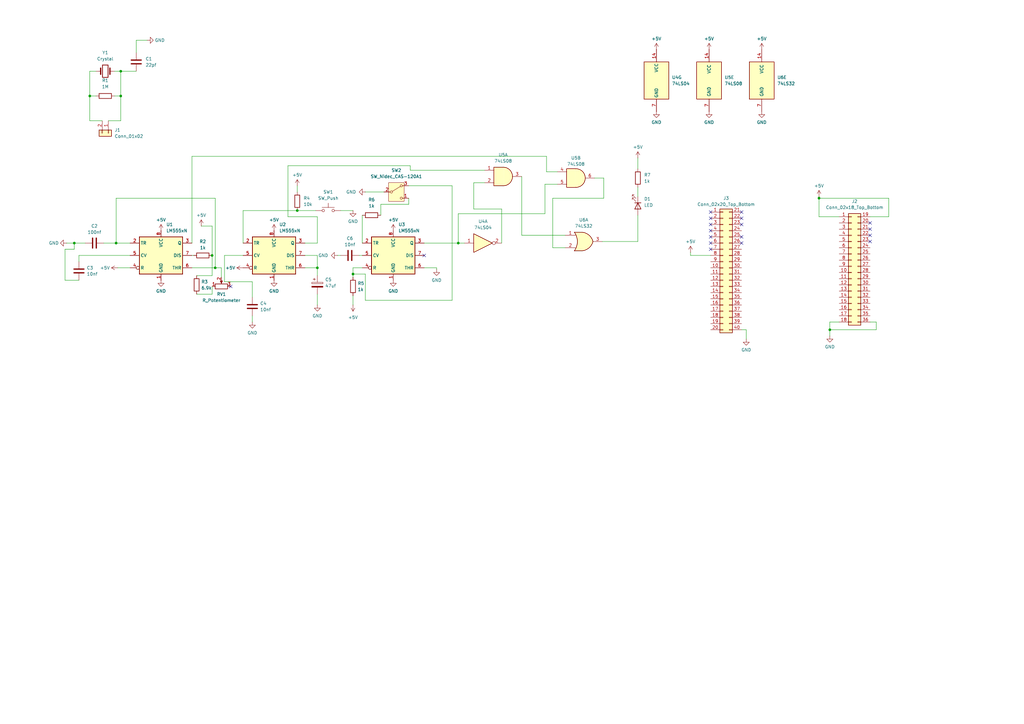
<source format=kicad_sch>
(kicad_sch (version 20250114) (generator "eeschema") (generator_version "9.0")
  (paper "A3")
  (lib_symbols
    (symbol "74xx:74LS04"
      (property "Reference" "U" (at 0 1.27 0))
      (property "Value" "74LS04" (at 0 -1.27 0))
      (symbol "74LS04_1_0"
        (pin input line (at -7.62 0 0) (length 3.81) (name "~") (number "1"))
        (pin output inverted (at 7.62 0 180) (length 3.81) (name "~") (number "2"))
      )
      (symbol "74LS04_2_0"
        (pin input line (at -7.62 0 0) (length 3.81) (name "~") (number "3"))
        (pin output inverted (at 7.62 0 180) (length 3.81) (name "~") (number "4"))
      )
      (symbol "74LS04_3_0"
        (pin input line (at -7.62 0 0) (length 3.81) (name "~") (number "5"))
        (pin output inverted (at 7.62 0 180) (length 3.81) (name "~") (number "6"))
      )
      (symbol "74LS04_4_0"
        (pin input line (at -7.62 0 0) (length 3.81) (name "~") (number "9"))
        (pin output inverted (at 7.62 0 180) (length 3.81) (name "~") (number "8"))
      )
      (symbol "74LS04_5_0"
        (pin input line (at -7.62 0 0) (length 3.81) (name "~") (number "11"))
        (pin output inverted (at 7.62 0 180) (length 3.81) (name "~") (number "10"))
      )
      (symbol "74LS04_6_0"
        (pin input line (at -7.62 0 0) (length 3.81) (name "~") (number "13"))
        (pin output inverted (at 7.62 0 180) (length 3.81) (name "~") (number "12"))
      )
      (symbol "74LS04_7_0"
        (pin power_in line (at 0 12.7 270) (length 5.08) (name "VCC") (number "14"))
        (pin power_in line (at 0 -12.7 90) (length 5.08) (name "GND") (number "7"))
      )
    )
    (symbol "74xx:74LS08" (pin_names (offset 1.016))
      (property "Reference" "U" (at 0 1.27 0))
      (property "Value" "74LS08" (at 0 -1.27 0))
      (symbol "74LS08_1_1"
        (pin input line (at -7.62 2.54 0) (length 3.81) (name "~") (number "1"))
        (pin input line (at -7.62 -2.54 0) (length 3.81) (name "~") (number "2"))
        (pin output line (at 7.62 0 180) (length 3.81) (name "~") (number "3"))
      )
      (symbol "74LS08_1_2"
        (pin input inverted (at -7.62 2.54 0) (length 4.318) (name "~") (number "1"))
        (pin input inverted (at -7.62 -2.54 0) (length 4.318) (name "~") (number "2"))
        (pin output inverted (at 7.62 0 180) (length 3.81) (name "~") (number "3"))
      )
      (symbol "74LS08_2_1"
        (pin input line (at -7.62 2.54 0) (length 3.81) (name "~") (number "4"))
        (pin input line (at -7.62 -2.54 0) (length 3.81) (name "~") (number "5"))
        (pin output line (at 7.62 0 180) (length 3.81) (name "~") (number "6"))
      )
      (symbol "74LS08_2_2"
        (pin input inverted (at -7.62 2.54 0) (length 4.318) (name "~") (number "4"))
        (pin input inverted (at -7.62 -2.54 0) (length 4.318) (name "~") (number "5"))
        (pin output inverted (at 7.62 0 180) (length 3.81) (name "~") (number "6"))
      )
      (symbol "74LS08_3_1"
        (pin input line (at -7.62 2.54 0) (length 3.81) (name "~") (number "9"))
        (pin input line (at -7.62 -2.54 0) (length 3.81) (name "~") (number "10"))
        (pin output line (at 7.62 0 180) (length 3.81) (name "~") (number "8"))
      )
      (symbol "74LS08_3_2"
        (pin input inverted (at -7.62 2.54 0) (length 4.318) (name "~") (number "9"))
        (pin input inverted (at -7.62 -2.54 0) (length 4.318) (name "~") (number "10"))
        (pin output inverted (at 7.62 0 180) (length 3.81) (name "~") (number "8"))
      )
      (symbol "74LS08_4_1"
        (pin input line (at -7.62 2.54 0) (length 3.81) (name "~") (number "12"))
        (pin input line (at -7.62 -2.54 0) (length 3.81) (name "~") (number "13"))
        (pin output line (at 7.62 0 180) (length 3.81) (name "~") (number "11"))
      )
      (symbol "74LS08_4_2"
        (pin input inverted (at -7.62 2.54 0) (length 4.318) (name "~") (number "12"))
        (pin input inverted (at -7.62 -2.54 0) (length 4.318) (name "~") (number "13"))
        (pin output inverted (at 7.62 0 180) (length 3.81) (name "~") (number "11"))
      )
      (symbol "74LS08_5_0"
        (pin power_in line (at 0 12.7 270) (length 5.08) (name "VCC") (number "14"))
        (pin power_in line (at 0 -12.7 90) (length 5.08) (name "GND") (number "7"))
      )
    )
    (symbol "74xx:74LS32" (pin_names (offset 1.016))
      (property "Reference" "U" (at 0 1.27 0))
      (property "Value" "74LS32" (at 0 -1.27 0))
      (symbol "74LS32_1_1"
        (pin input line (at -7.62 2.54 0) (length 4.318) (name "~") (number "1"))
        (pin input line (at -7.62 -2.54 0) (length 4.318) (name "~") (number "2"))
        (pin output line (at 7.62 0 180) (length 3.81) (name "~") (number "3"))
      )
      (symbol "74LS32_1_2"
        (pin input inverted (at -7.62 2.54 0) (length 3.81) (name "~") (number "1"))
        (pin input inverted (at -7.62 -2.54 0) (length 3.81) (name "~") (number "2"))
        (pin output inverted (at 7.62 0 180) (length 3.81) (name "~") (number "3"))
      )
      (symbol "74LS32_2_1"
        (pin input line (at -7.62 2.54 0) (length 4.318) (name "~") (number "4"))
        (pin input line (at -7.62 -2.54 0) (length 4.318) (name "~") (number "5"))
        (pin output line (at 7.62 0 180) (length 3.81) (name "~") (number "6"))
      )
      (symbol "74LS32_2_2"
        (pin input inverted (at -7.62 2.54 0) (length 3.81) (name "~") (number "4"))
        (pin input inverted (at -7.62 -2.54 0) (length 3.81) (name "~") (number "5"))
        (pin output inverted (at 7.62 0 180) (length 3.81) (name "~") (number "6"))
      )
      (symbol "74LS32_3_1"
        (pin input line (at -7.62 2.54 0) (length 4.318) (name "~") (number "9"))
        (pin input line (at -7.62 -2.54 0) (length 4.318) (name "~") (number "10"))
        (pin output line (at 7.62 0 180) (length 3.81) (name "~") (number "8"))
      )
      (symbol "74LS32_3_2"
        (pin input inverted (at -7.62 2.54 0) (length 3.81) (name "~") (number "9"))
        (pin input inverted (at -7.62 -2.54 0) (length 3.81) (name "~") (number "10"))
        (pin output inverted (at 7.62 0 180) (length 3.81) (name "~") (number "8"))
      )
      (symbol "74LS32_4_1"
        (pin input line (at -7.62 2.54 0) (length 4.318) (name "~") (number "12"))
        (pin input line (at -7.62 -2.54 0) (length 4.318) (name "~") (number "13"))
        (pin output line (at 7.62 0 180) (length 3.81) (name "~") (number "11"))
      )
      (symbol "74LS32_4_2"
        (pin input inverted (at -7.62 2.54 0) (length 3.81) (name "~") (number "12"))
        (pin input inverted (at -7.62 -2.54 0) (length 3.81) (name "~") (number "13"))
        (pin output inverted (at 7.62 0 180) (length 3.81) (name "~") (number "11"))
      )
      (symbol "74LS32_5_0"
        (pin power_in line (at 0 12.7 270) (length 5.08) (name "VCC") (number "14"))
        (pin power_in line (at 0 -12.7 90) (length 5.08) (name "GND") (number "7"))
      )
    )
    (symbol "Connector_Generic:Conn_01x02" (pin_names (offset 1.016) (hide yes))
      (property "Reference" "J" (at 0 2.54 0))
      (property "Value" "Conn_01x02" (at 0 -5.08 0))
      (symbol "Conn_01x02_1_1"
        (pin passive line (at -5.08 0 0) (length 3.81) (name "Pin_1") (number "1"))
        (pin passive line (at -5.08 -2.54 0) (length 3.81) (name "Pin_2") (number "2"))
      )
    )
    (symbol "Connector_Generic:Conn_02x18_Top_Bottom" (pin_names (offset 1.016) (hide yes))
      (property "Reference" "J" (at 1.27 22.86 0))
      (property "Value" "Conn_02x18_Top_Bottom" (at 1.27 -25.4 0))
      (symbol "Conn_02x18_Top_Bottom_1_1"
        (pin passive line (at -5.08 20.32 0) (length 3.81) (name "Pin_1") (number "1"))
        (pin passive line (at -5.08 17.78 0) (length 3.81) (name "Pin_2") (number "2"))
        (pin passive line (at -5.08 15.24 0) (length 3.81) (name "Pin_3") (number "3"))
        (pin passive line (at -5.08 12.7 0) (length 3.81) (name "Pin_4") (number "4"))
        (pin passive line (at -5.08 10.16 0) (length 3.81) (name "Pin_5") (number "5"))
        (pin passive line (at -5.08 7.62 0) (length 3.81) (name "Pin_6") (number "6"))
        (pin passive line (at -5.08 5.08 0) (length 3.81) (name "Pin_7") (number "7"))
        (pin passive line (at -5.08 2.54 0) (length 3.81) (name "Pin_8") (number "8"))
        (pin passive line (at -5.08 0 0) (length 3.81) (name "Pin_9") (number "9"))
        (pin passive line (at -5.08 -2.54 0) (length 3.81) (name "Pin_10") (number "10"))
        (pin passive line (at -5.08 -5.08 0) (length 3.81) (name "Pin_11") (number "11"))
        (pin passive line (at -5.08 -7.62 0) (length 3.81) (name "Pin_12") (number "12"))
        (pin passive line (at -5.08 -10.16 0) (length 3.81) (name "Pin_13") (number "13"))
        (pin passive line (at -5.08 -12.7 0) (length 3.81) (name "Pin_14") (number "14"))
        (pin passive line (at -5.08 -15.24 0) (length 3.81) (name "Pin_15") (number "15"))
        (pin passive line (at -5.08 -17.78 0) (length 3.81) (name "Pin_16") (number "16"))
        (pin passive line (at -5.08 -20.32 0) (length 3.81) (name "Pin_17") (number "17"))
        (pin passive line (at -5.08 -22.86 0) (length 3.81) (name "Pin_18") (number "18"))
        (pin passive line (at 7.62 20.32 180) (length 3.81) (name "Pin_19") (number "19"))
        (pin passive line (at 7.62 17.78 180) (length 3.81) (name "Pin_20") (number "20"))
        (pin passive line (at 7.62 15.24 180) (length 3.81) (name "Pin_21") (number "21"))
        (pin passive line (at 7.62 12.7 180) (length 3.81) (name "Pin_22") (number "22"))
        (pin passive line (at 7.62 10.16 180) (length 3.81) (name "Pin_23") (number "23"))
        (pin passive line (at 7.62 7.62 180) (length 3.81) (name "Pin_24") (number "24"))
        (pin passive line (at 7.62 5.08 180) (length 3.81) (name "Pin_25") (number "25"))
        (pin passive line (at 7.62 2.54 180) (length 3.81) (name "Pin_26") (number "26"))
        (pin passive line (at 7.62 0 180) (length 3.81) (name "Pin_27") (number "27"))
        (pin passive line (at 7.62 -2.54 180) (length 3.81) (name "Pin_28") (number "28"))
        (pin passive line (at 7.62 -5.08 180) (length 3.81) (name "Pin_29") (number "29"))
        (pin passive line (at 7.62 -7.62 180) (length 3.81) (name "Pin_30") (number "30"))
        (pin passive line (at 7.62 -10.16 180) (length 3.81) (name "Pin_31") (number "31"))
        (pin passive line (at 7.62 -12.7 180) (length 3.81) (name "Pin_32") (number "32"))
        (pin passive line (at 7.62 -15.24 180) (length 3.81) (name "Pin_33") (number "33"))
        (pin passive line (at 7.62 -17.78 180) (length 3.81) (name "Pin_34") (number "34"))
        (pin passive line (at 7.62 -20.32 180) (length 3.81) (name "Pin_35") (number "35"))
        (pin passive line (at 7.62 -22.86 180) (length 3.81) (name "Pin_36") (number "36"))
      )
    )
    (symbol "Connector_Generic:Conn_02x20_Top_Bottom" (pin_names (offset 1.016) (hide yes))
      (property "Reference" "J" (at 1.27 25.4 0))
      (property "Value" "Conn_02x20_Top_Bottom" (at 1.27 -27.94 0))
      (symbol "Conn_02x20_Top_Bottom_1_1"
        (pin passive line (at -5.08 22.86 0) (length 3.81) (name "Pin_1") (number "1"))
        (pin passive line (at -5.08 20.32 0) (length 3.81) (name "Pin_2") (number "2"))
        (pin passive line (at -5.08 17.78 0) (length 3.81) (name "Pin_3") (number "3"))
        (pin passive line (at -5.08 15.24 0) (length 3.81) (name "Pin_4") (number "4"))
        (pin passive line (at -5.08 12.7 0) (length 3.81) (name "Pin_5") (number "5"))
        (pin passive line (at -5.08 10.16 0) (length 3.81) (name "Pin_6") (number "6"))
        (pin passive line (at -5.08 7.62 0) (length 3.81) (name "Pin_7") (number "7"))
        (pin passive line (at -5.08 5.08 0) (length 3.81) (name "Pin_8") (number "8"))
        (pin passive line (at -5.08 2.54 0) (length 3.81) (name "Pin_9") (number "9"))
        (pin passive line (at -5.08 0 0) (length 3.81) (name "Pin_10") (number "10"))
        (pin passive line (at -5.08 -2.54 0) (length 3.81) (name "Pin_11") (number "11"))
        (pin passive line (at -5.08 -5.08 0) (length 3.81) (name "Pin_12") (number "12"))
        (pin passive line (at -5.08 -7.62 0) (length 3.81) (name "Pin_13") (number "13"))
        (pin passive line (at -5.08 -10.16 0) (length 3.81) (name "Pin_14") (number "14"))
        (pin passive line (at -5.08 -12.7 0) (length 3.81) (name "Pin_15") (number "15"))
        (pin passive line (at -5.08 -15.24 0) (length 3.81) (name "Pin_16") (number "16"))
        (pin passive line (at -5.08 -17.78 0) (length 3.81) (name "Pin_17") (number "17"))
        (pin passive line (at -5.08 -20.32 0) (length 3.81) (name "Pin_18") (number "18"))
        (pin passive line (at -5.08 -22.86 0) (length 3.81) (name "Pin_19") (number "19"))
        (pin passive line (at -5.08 -25.4 0) (length 3.81) (name "Pin_20") (number "20"))
        (pin passive line (at 7.62 22.86 180) (length 3.81) (name "Pin_21") (number "21"))
        (pin passive line (at 7.62 20.32 180) (length 3.81) (name "Pin_22") (number "22"))
        (pin passive line (at 7.62 17.78 180) (length 3.81) (name "Pin_23") (number "23"))
        (pin passive line (at 7.62 15.24 180) (length 3.81) (name "Pin_24") (number "24"))
        (pin passive line (at 7.62 12.7 180) (length 3.81) (name "Pin_25") (number "25"))
        (pin passive line (at 7.62 10.16 180) (length 3.81) (name "Pin_26") (number "26"))
        (pin passive line (at 7.62 7.62 180) (length 3.81) (name "Pin_27") (number "27"))
        (pin passive line (at 7.62 5.08 180) (length 3.81) (name "Pin_28") (number "28"))
        (pin passive line (at 7.62 2.54 180) (length 3.81) (name "Pin_29") (number "29"))
        (pin passive line (at 7.62 0 180) (length 3.81) (name "Pin_30") (number "30"))
        (pin passive line (at 7.62 -2.54 180) (length 3.81) (name "Pin_31") (number "31"))
        (pin passive line (at 7.62 -5.08 180) (length 3.81) (name "Pin_32") (number "32"))
        (pin passive line (at 7.62 -7.62 180) (length 3.81) (name "Pin_33") (number "33"))
        (pin passive line (at 7.62 -10.16 180) (length 3.81) (name "Pin_34") (number "34"))
        (pin passive line (at 7.62 -12.7 180) (length 3.81) (name "Pin_35") (number "35"))
        (pin passive line (at 7.62 -15.24 180) (length 3.81) (name "Pin_36") (number "36"))
        (pin passive line (at 7.62 -17.78 180) (length 3.81) (name "Pin_37") (number "37"))
        (pin passive line (at 7.62 -20.32 180) (length 3.81) (name "Pin_38") (number "38"))
        (pin passive line (at 7.62 -22.86 180) (length 3.81) (name "Pin_39") (number "39"))
        (pin passive line (at 7.62 -25.4 180) (length 3.81) (name "Pin_40") (number "40"))
      )
    )
    (symbol "Device:C" (pin_numbers (hide yes)) (pin_names (offset 0.254))
      (property "Reference" "C" (at 0.635 2.54 0))
      (property "Value" "C" (at 0.635 -2.54 0))
      (symbol "C_1_1"
        (pin passive line (at 0 3.81 270) (length 2.794) (name "~") (number "1"))
        (pin passive line (at 0 -3.81 90) (length 2.794) (name "~") (number "2"))
      )
    )
    (symbol "Device:C_Polarized" (pin_numbers (hide yes)) (pin_names (offset 0.254))
      (property "Reference" "C" (at 0.635 2.54 0))
      (property "Value" "C_Polarized" (at 0.635 -2.54 0))
      (symbol "C_Polarized_1_1"
        (pin passive line (at 0 3.81 270) (length 2.794) (name "~") (number "1"))
        (pin passive line (at 0 -3.81 90) (length 2.794) (name "~") (number "2"))
      )
    )
    (symbol "Device:Crystal" (pin_numbers (hide yes)) (pin_names (offset 1.016) (hide yes))
      (property "Reference" "Y" (at 0 3.81 0))
      (property "Value" "Crystal" (at 0 -3.81 0))
      (symbol "Crystal_1_1"
        (pin passive line (at -3.81 0 0) (length 1.27) (name "1") (number "1"))
        (pin passive line (at 3.81 0 180) (length 1.27) (name "2") (number "2"))
      )
    )
    (symbol "Device:LED" (pin_numbers (hide yes)) (pin_names (offset 1.016) (hide yes))
      (property "Reference" "D" (at 0 2.54 0))
      (property "Value" "LED" (at 0 -2.54 0))
      (symbol "LED_1_1"
        (pin passive line (at -3.81 0 0) (length 2.54) (name "K") (number "1"))
        (pin passive line (at 3.81 0 180) (length 2.54) (name "A") (number "2"))
      )
    )
    (symbol "Device:R" (pin_numbers (hide yes)) (pin_names (offset 0))
      (property "Reference" "R" (at 2.032 0 90))
      (property "Value" "R" (at 0 0 90))
      (symbol "R_1_1"
        (pin passive line (at 0 3.81 270) (length 1.27) (name "~") (number "1"))
        (pin passive line (at 0 -3.81 90) (length 1.27) (name "~") (number "2"))
      )
    )
    (symbol "Device:R_Potentiometer" (pin_names (offset 1.016) (hide yes))
      (property "Reference" "RV" (at -4.445 0 90))
      (property "Value" "R_Potentiometer" (at -2.54 0 90))
      (symbol "R_Potentiometer_1_1"
        (pin passive line (at 0 3.81 270) (length 1.27) (name "1") (number "1"))
        (pin passive line (at 0 -3.81 90) (length 1.27) (name "3") (number "3"))
        (pin passive line (at 3.81 0 180) (length 1.27) (name "2") (number "2"))
      )
    )
    (symbol "Switch:SW_Nidec_CAS-120A1" (pin_names (offset 1) (hide yes))
      (property "Reference" "SW" (at 0 4.318 0))
      (property "Value" "SW_Nidec_CAS-120A1" (at 0 -5.08 0))
      (symbol "SW_Nidec_CAS-120A1_1_1"
        (pin passive line (at -5.08 0 0) (length 2.54) (name "B") (number "2"))
        (pin passive line (at 5.08 2.54 180) (length 2.54) (name "A") (number "3"))
        (pin passive line (at 5.08 -2.54 180) (length 2.54) (name "C") (number "1"))
      )
    )
    (symbol "Switch:SW_Push" (pin_numbers (hide yes)) (pin_names (offset 1.016) (hide yes))
      (property "Reference" "SW" (at 1.27 2.54 0))
      (property "Value" "SW_Push" (at 0 -1.524 0))
      (symbol "SW_Push_0_1"
        (pin passive line (at -5.08 0 0) (length 2.54) (name "1") (number "1"))
        (pin passive line (at 5.08 0 180) (length 2.54) (name "2") (number "2"))
      )
    )
    (symbol "Timer:LM555xN"
      (property "Reference" "U" (at -10.16 8.89 0))
      (property "Value" "LM555xN" (at 2.54 8.89 0))
      (symbol "LM555xN_0_0"
        (pin power_in line (at 0 10.16 270) (length 2.54) (name "VCC") (number "8"))
        (pin power_in line (at 0 -10.16 90) (length 2.54) (name "GND") (number "1"))
      )
      (symbol "LM555xN_1_1"
        (pin input line (at -12.7 5.08 0) (length 3.81) (name "TR") (number "2"))
        (pin input line (at -12.7 0 0) (length 3.81) (name "CV") (number "5"))
        (pin input inverted (at -12.7 -5.08 0) (length 3.81) (name "R") (number "4"))
        (pin output line (at 12.7 5.08 180) (length 3.81) (name "Q") (number "3"))
        (pin input line (at 12.7 0 180) (length 3.81) (name "DIS") (number "7"))
        (pin input line (at 12.7 -5.08 180) (length 3.81) (name "THR") (number "6"))
      )
    )
    (symbol "power:+5V" (power) (pin_numbers (hide yes)) (pin_names (offset 0) (hide yes))
      (property "Value" "+5V" (at 0 3.556 0))
      (symbol "+5V_1_1"
        (pin power_in line (at 0 0 90) (length 0) (name "~") (number "1"))
      )
    )
    (symbol "power:GND" (power) (pin_numbers (hide yes)) (pin_names (offset 0) (hide yes))
      (property "Value" "GND" (at 0 -3.81 0))
      (symbol "GND_1_1"
        (pin power_in line (at 0 0 270) (length 0) (name "~") (number "1"))
      )
    )
  )
  (junction (at 187.96 99.695))
  (junction (at 144.78 112.395))
  (junction (at 30.48 99.695))
  (junction (at 335.915 81.28))
  (junction (at 88.265 109.855))
  (junction (at 49.53 39.37))
  (junction (at 121.92 86.36))
  (junction (at 340.36 135.255))
  (junction (at 47.625 99.695))
  (junction (at 36.83 39.37))
  (junction (at 86.995 104.775))
  (junction (at 49.53 29.21))
  (junction (at 130.175 109.855))
  (no_connect (at 356.87 96.52))
  (no_connect (at 291.465 99.695))
  (no_connect (at 94.615 117.475))
  (no_connect (at 173.99 104.775))
  (no_connect (at 356.87 91.44))
  (no_connect (at 291.465 86.995))
  (no_connect (at 304.165 99.695))
  (no_connect (at 291.465 89.535))
  (no_connect (at 356.87 93.98))
  (no_connect (at 356.87 99.06))
  (no_connect (at 291.465 97.155))
  (no_connect (at 304.165 97.155))
  (no_connect (at 304.165 89.535))
  (no_connect (at 291.465 94.615))
  (no_connect (at 291.465 102.235))
  (no_connect (at 304.165 92.075))
  (no_connect (at 291.465 92.075))
  (no_connect (at 304.165 86.995))
  (wire (pts (xy 144.78 109.855) (xy 144.78 112.395)))
  (wire (pts (xy 144.78 121.285) (xy 144.78 125.095)))
  (wire (pts (xy 44.45 49.53) (xy 49.53 49.53)))
  (wire (pts (xy 32.385 114.935) (xy 26.67 114.935)))
  (wire (pts (xy 47.625 99.695) (xy 47.625 81.28)))
  (wire (pts (xy 36.83 29.21) (xy 36.83 39.37)))
  (wire (pts (xy 99.695 99.695) (xy 99.695 86.36)))
  (wire (pts (xy 80.645 113.03) (xy 86.995 113.03)))
  (wire (pts (xy 32.385 104.775) (xy 53.34 104.775)))
  (wire (pts (xy 149.86 78.74) (xy 157.48 78.74)))
  (wire (pts (xy 179.07 109.855) (xy 179.07 110.49)))
  (wire (pts (xy 223.52 75.565) (xy 228.6 75.565)))
  (wire (pts (xy 198.755 74.93) (xy 194.31 74.93)))
  (wire (pts (xy 187.96 87.63) (xy 223.52 87.63)))
  (wire (pts (xy 224.155 64.135) (xy 78.74 64.135)))
  (wire (pts (xy 92.075 115.57) (xy 92.075 104.775)))
  (wire (pts (xy 187.96 99.695) (xy 187.96 87.63)))
  (wire (pts (xy 88.265 109.855) (xy 78.74 109.855)))
  (wire (pts (xy 213.995 72.39) (xy 213.995 96.52)))
  (wire (pts (xy 130.175 88.9) (xy 130.175 99.695)))
  (wire (pts (xy 148.59 88.265) (xy 148.59 99.695)))
  (wire (pts (xy 36.83 39.37) (xy 36.83 49.53)))
  (wire (pts (xy 194.31 85.725) (xy 205.74 85.725)))
  (wire (pts (xy 231.775 101.6) (xy 226.695 101.6)))
  (wire (pts (xy 167.64 83.82) (xy 167.64 81.28)))
  (wire (pts (xy 130.175 109.855) (xy 125.095 109.855)))
  (wire (pts (xy 138.43 104.775) (xy 139.7 104.775)))
  (wire (pts (xy 261.62 76.835) (xy 261.62 80.645)))
  (wire (pts (xy 26.67 102.235) (xy 30.48 102.235)))
  (wire (pts (xy 148.59 109.855) (xy 144.78 109.855)))
  (wire (pts (xy 167.64 76.2) (xy 185.42 76.2)))
  (wire (pts (xy 144.78 112.395) (xy 144.78 113.665)))
  (wire (pts (xy 228.6 70.485) (xy 224.155 70.485)))
  (wire (pts (xy 223.52 87.63) (xy 223.52 75.565)))
  (wire (pts (xy 149.86 123.19) (xy 149.86 112.395)))
  (wire (pts (xy 335.915 80.645) (xy 335.915 81.28)))
  (wire (pts (xy 156.21 83.82) (xy 167.64 83.82)))
  (wire (pts (xy 283.21 104.775) (xy 283.21 103.505)))
  (wire (pts (xy 147.32 104.775) (xy 148.59 104.775)))
  (wire (pts (xy 226.695 101.6) (xy 226.695 81.28)))
  (wire (pts (xy 168.275 69.85) (xy 168.275 67.945)))
  (wire (pts (xy 340.36 132.08) (xy 344.17 132.08)))
  (wire (pts (xy 194.31 74.93) (xy 194.31 85.725)))
  (wire (pts (xy 36.83 39.37) (xy 39.37 39.37)))
  (wire (pts (xy 90.805 113.665) (xy 90.805 109.855)))
  (wire (pts (xy 26.67 114.935) (xy 26.67 102.235)))
  (wire (pts (xy 47.625 81.28) (xy 88.265 81.28)))
  (wire (pts (xy 130.175 104.775) (xy 130.175 109.855)))
  (wire (pts (xy 86.995 120.65) (xy 86.995 117.475)))
  (wire (pts (xy 49.53 29.21) (xy 55.88 29.21)))
  (wire (pts (xy 304.165 135.255) (xy 306.07 135.255)))
  (wire (pts (xy 187.96 99.695) (xy 190.5 99.695)))
  (wire (pts (xy 198.755 69.85) (xy 168.275 69.85)))
  (wire (pts (xy 130.175 99.695) (xy 125.095 99.695)))
  (wire (pts (xy 359.41 132.08) (xy 359.41 135.255)))
  (wire (pts (xy 42.545 99.695) (xy 47.625 99.695)))
  (wire (pts (xy 356.87 132.08) (xy 359.41 132.08)))
  (wire (pts (xy 88.265 81.28) (xy 88.265 109.855)))
  (wire (pts (xy 30.48 99.695) (xy 34.925 99.695)))
  (wire (pts (xy 46.99 39.37) (xy 49.53 39.37)))
  (wire (pts (xy 213.995 96.52) (xy 231.775 96.52)))
  (wire (pts (xy 185.42 123.19) (xy 149.86 123.19)))
  (wire (pts (xy 36.83 49.53) (xy 41.91 49.53)))
  (wire (pts (xy 364.49 81.28) (xy 364.49 88.9)))
  (wire (pts (xy 49.53 29.21) (xy 49.53 39.37)))
  (wire (pts (xy 86.995 104.775) (xy 86.995 92.71)))
  (wire (pts (xy 27.305 99.695) (xy 30.48 99.695)))
  (wire (pts (xy 130.175 120.65) (xy 130.175 125.095)))
  (wire (pts (xy 90.805 109.855) (xy 88.265 109.855)))
  (wire (pts (xy 92.075 115.57) (xy 103.505 115.57)))
  (wire (pts (xy 139.7 86.36) (xy 144.78 86.36)))
  (wire (pts (xy 340.36 135.255) (xy 340.36 132.08)))
  (wire (pts (xy 149.86 112.395) (xy 144.78 112.395)))
  (wire (pts (xy 335.915 81.28) (xy 335.915 88.9)))
  (wire (pts (xy 226.695 81.28) (xy 247.65 81.28)))
  (wire (pts (xy 30.48 99.695) (xy 30.48 102.235)))
  (wire (pts (xy 335.915 88.9) (xy 344.17 88.9)))
  (wire (pts (xy 103.505 115.57) (xy 103.505 121.92)))
  (wire (pts (xy 359.41 135.255) (xy 340.36 135.255)))
  (wire (pts (xy 80.645 120.65) (xy 86.995 120.65)))
  (wire (pts (xy 156.21 88.265) (xy 156.21 83.82)))
  (wire (pts (xy 39.37 29.21) (xy 36.83 29.21)))
  (wire (pts (xy 340.36 137.795) (xy 340.36 135.255)))
  (wire (pts (xy 55.88 16.51) (xy 60.325 16.51)))
  (wire (pts (xy 118.11 67.945) (xy 118.11 88.9)))
  (wire (pts (xy 103.505 129.54) (xy 103.505 132.08)))
  (wire (pts (xy 32.385 107.315) (xy 32.385 104.775)))
  (wire (pts (xy 78.74 64.135) (xy 78.74 99.695)))
  (wire (pts (xy 92.075 104.775) (xy 99.695 104.775)))
  (wire (pts (xy 121.92 76.2) (xy 121.92 78.74)))
  (wire (pts (xy 55.88 21.59) (xy 55.88 16.51)))
  (wire (pts (xy 121.92 86.36) (xy 129.54 86.36)))
  (wire (pts (xy 118.11 88.9) (xy 130.175 88.9)))
  (wire (pts (xy 205.74 85.725) (xy 205.74 99.695)))
  (wire (pts (xy 224.155 70.485) (xy 224.155 64.135)))
  (wire (pts (xy 78.74 104.775) (xy 79.375 104.775)))
  (wire (pts (xy 247.65 81.28) (xy 247.65 73.025)))
  (wire (pts (xy 291.465 104.775) (xy 283.21 104.775)))
  (wire (pts (xy 173.99 109.855) (xy 179.07 109.855)))
  (wire (pts (xy 99.695 86.36) (xy 121.92 86.36)))
  (wire (pts (xy 47.625 99.695) (xy 53.34 99.695)))
  (wire (pts (xy 335.915 81.28) (xy 364.49 81.28)))
  (wire (pts (xy 48.26 109.855) (xy 53.34 109.855)))
  (wire (pts (xy 261.62 64.77) (xy 261.62 69.215)))
  (wire (pts (xy 185.42 76.2) (xy 185.42 123.19)))
  (wire (pts (xy 261.62 88.265) (xy 261.62 99.06)))
  (wire (pts (xy 46.99 29.21) (xy 49.53 29.21)))
  (wire (pts (xy 125.095 104.775) (xy 130.175 104.775)))
  (wire (pts (xy 168.275 67.945) (xy 118.11 67.945)))
  (wire (pts (xy 49.53 49.53) (xy 49.53 39.37)))
  (wire (pts (xy 306.07 135.255) (xy 306.07 139.065)))
  (wire (pts (xy 82.55 92.71) (xy 86.995 92.71)))
  (wire (pts (xy 247.65 73.025) (xy 243.84 73.025)))
  (wire (pts (xy 356.87 88.9) (xy 364.49 88.9)))
  (wire (pts (xy 130.175 109.855) (xy 130.175 113.03)))
  (wire (pts (xy 86.995 113.03) (xy 86.995 104.775)))
  (wire (pts (xy 261.62 99.06) (xy 247.015 99.06)))
  (wire (pts (xy 173.99 99.695) (xy 187.96 99.695)))
  (symbol (lib_id "Connector_Generic:Conn_02x18_Top_Bottom") (at 349.25 109.22 0) (unit 1)
    (property "Reference" "J2" (at 350.52 82.55 0))
    (property "Value" "Conn_02x18_Top_Bottom" (at 350.52 85.09 0))
    (property "Footprint" "Connector_PinSocket_2.54mm:PinSocket_2x18_P2.54mm_Vertical" (effects (hide yes)))
    (property "Description" "Generic connector, double row, 02x18, top/bottom pin numbering scheme (row 1: 1...pins_per_row, row2: pins_per_row+1 ... num_pins), script generated (kicad-library-utils/schlib/autogen/connector/)" (effects (hide yes)))
  )
  (symbol (lib_id "Device:R") (at 152.4 88.265 270) (unit 1)
    (property "Reference" "R6" (at 152.4 81.915 90))
    (property "Value" "1k" (at 152.4 84.455 90))
    (property "Footprint" "Resistor_THT:R_Axial_DIN0207_L6.3mm_D2.5mm_P7.62mm_Horizontal" (effects (hide yes)))
    (property "Description" "Resistor" (effects (hide yes)))
  )
  (symbol (lib_id "power:+5V") (at 269.24 20.32 0) (unit 1)
    (property "Reference" "#PWR026" (effects (hide yes)))
    (property "Value" "+5V" (at 269.24 15.875 0))
    (property "Description" "Power symbol creates a global label with name \"+5V\"" (effects (hide yes)))
  )
  (symbol (lib_id "Device:C") (at 38.735 99.695 90) (unit 1)
    (property "Reference" "C2" (at 38.735 92.71 90))
    (property "Value" "100nf" (at 38.735 95.25 90))
    (property "Footprint" "Capacitor_THT:C_Axial_L3.8mm_D2.6mm_P7.50mm_Horizontal" (effects (hide yes)))
    (property "Description" "Unpolarized capacitor" (effects (hide yes)))
  )
  (symbol (lib_id "power:GND") (at 179.07 110.49 0) (unit 1)
    (property "Reference" "#PWR021" (effects (hide yes)))
    (property "Value" "GND" (at 179.07 114.935 0))
    (property "Description" "Power symbol creates a global label with name \"GND\" , ground" (effects (hide yes)))
  )
  (symbol (lib_id "Device:R") (at 80.645 116.84 180) (unit 1)
    (property "Reference" "R3" (at 82.55 115.5699 0) (effects (justify right)))
    (property "Value" "6.9k" (at 82.55 118.1099 0) (effects (justify right)))
    (property "Footprint" "Resistor_THT:R_Axial_DIN0207_L6.3mm_D2.5mm_P7.62mm_Horizontal" (effects (hide yes)))
    (property "Description" "Resistor" (effects (hide yes)))
  )
  (symbol (lib_id "Device:LED") (at 261.62 84.455 270) (unit 1)
    (property "Reference" "D1" (at 264.16 81.5974 90) (effects (justify left)))
    (property "Value" "LED" (at 264.16 84.1374 90) (effects (justify left)))
    (property "Footprint" "LED_THT:LED_D3.0mm" (effects (hide yes)))
    (property "Description" "Light emitting diode" (effects (hide yes)))
    (property "Sim.Pins" "1=K 2=A" (effects (hide yes)))
  )
  (symbol (lib_id "power:+5V") (at 144.78 125.095 180) (unit 1)
    (property "Reference" "#PWR020" (effects (hide yes)))
    (property "Value" "+5V" (at 144.78 130.175 0))
    (property "Description" "Power symbol creates a global label with name \"+5V\"" (effects (hide yes)))
  )
  (symbol (lib_id "74xx:74LS08") (at 290.83 33.02 0) (unit 5)
    (property "Reference" "U5" (at 297.18 31.7499 0) (effects (justify left)))
    (property "Value" "74LS08" (at 297.18 34.2899 0) (effects (justify left)))
    (property "Footprint" "Package_DIP:DIP-14_W7.62mm" (effects (hide yes)))
    (property "Datasheet" "http://www.ti.com/lit/gpn/sn74LS08" (effects (hide yes)))
    (property "Description" "Quad And2" (effects (hide yes)))
  )
  (symbol (lib_id "power:GND") (at 60.325 16.51 90) (unit 1)
    (property "Reference" "#PWR01" (effects (hide yes)))
    (property "Value" "GND" (at 63.5 16.5099 90) (effects (justify right)))
    (property "Description" "Power symbol creates a global label with name \"GND\" , ground" (effects (hide yes)))
  )
  (symbol (lib_id "Device:C") (at 32.385 111.125 0) (unit 1)
    (property "Reference" "C3" (at 35.56 109.8549 0) (effects (justify left)))
    (property "Value" "10nf" (at 35.56 112.3949 0) (effects (justify left)))
    (property "Footprint" "Capacitor_THT:C_Axial_L3.8mm_D2.6mm_P7.50mm_Horizontal" (effects (hide yes)))
    (property "Description" "Unpolarized capacitor" (effects (hide yes)))
  )
  (symbol (lib_id "Device:R") (at 83.185 104.775 90) (unit 1)
    (property "Reference" "R2" (at 83.185 99.06 90))
    (property "Value" "1k" (at 83.185 101.6 90))
    (property "Footprint" "Resistor_THT:R_Axial_DIN0207_L6.3mm_D2.5mm_P7.62mm_Horizontal" (effects (hide yes)))
    (property "Description" "Resistor" (effects (hide yes)))
  )
  (symbol (lib_id "power:+5V") (at 48.26 109.855 90) (unit 1)
    (property "Reference" "#PWR013" (effects (hide yes)))
    (property "Value" "+5V" (at 45.085 109.8549 90) (effects (justify left)))
    (property "Description" "Power symbol creates a global label with name \"+5V\"" (effects (hide yes)))
  )
  (symbol (lib_id "power:GND") (at 290.83 45.72 0) (unit 1)
    (property "Reference" "#PWR025" (effects (hide yes)))
    (property "Value" "GND" (at 290.83 50.165 0))
    (property "Description" "Power symbol creates a global label with name \"GND\" , ground" (effects (hide yes)))
  )
  (symbol (lib_id "power:GND") (at 312.42 45.72 0) (unit 1)
    (property "Reference" "#PWR028" (effects (hide yes)))
    (property "Value" "GND" (at 312.42 50.165 0))
    (property "Description" "Power symbol creates a global label with name \"GND\" , ground" (effects (hide yes)))
  )
  (symbol (lib_id "Device:C") (at 55.88 25.4 0) (unit 1)
    (property "Reference" "C1" (at 59.69 24.1299 0) (effects (justify left)))
    (property "Value" "22pf" (at 59.69 26.6699 0) (effects (justify left)))
    (property "Footprint" "Capacitor_THT:C_Axial_L3.8mm_D2.6mm_P7.50mm_Horizontal" (effects (hide yes)))
    (property "Description" "Unpolarized capacitor" (effects (hide yes)))
  )
  (symbol (lib_id "Device:R") (at 121.92 82.55 180) (unit 1)
    (property "Reference" "R4" (at 124.46 81.2799 0) (effects (justify right)))
    (property "Value" "10k" (at 124.46 83.8199 0) (effects (justify right)))
    (property "Footprint" "Resistor_THT:R_Axial_DIN0207_L6.3mm_D2.5mm_P7.62mm_Horizontal" (effects (hide yes)))
    (property "Description" "Resistor" (effects (hide yes)))
  )
  (symbol (lib_id "power:+5V") (at 121.92 76.2 0) (unit 1)
    (property "Reference" "#PWR015" (effects (hide yes)))
    (property "Value" "+5V" (at 121.92 71.755 0))
    (property "Description" "Power symbol creates a global label with name \"+5V\"" (effects (hide yes)))
  )
  (symbol (lib_id "74xx:74LS32") (at 239.395 99.06 0) (unit 1)
    (property "Reference" "U6" (at 239.395 90.17 0))
    (property "Value" "74LS32" (at 239.395 92.71 0))
    (property "Footprint" "Package_DIP:DIP-14_W7.62mm" (effects (hide yes)))
    (property "Datasheet" "http://www.ti.com/lit/gpn/sn74LS32" (effects (hide yes)))
    (property "Description" "Quad 2-input OR" (effects (hide yes)))
  )
  (symbol (lib_id "power:+5V") (at 66.04 94.615 0) (unit 1)
    (property "Reference" "#PWR07" (effects (hide yes)))
    (property "Value" "+5V" (at 66.04 90.17 0))
    (property "Description" "Power symbol creates a global label with name \"+5V\"" (effects (hide yes)))
  )
  (symbol (lib_id "power:GND") (at 149.86 78.74 270) (unit 1)
    (property "Reference" "#PWR023" (effects (hide yes)))
    (property "Value" "GND" (at 146.05 78.7399 90) (effects (justify right)))
    (property "Description" "Power symbol creates a global label with name \"GND\" , ground" (effects (hide yes)))
  )
  (symbol (lib_id "74xx:74LS04") (at 269.24 33.02 0) (unit 7)
    (property "Reference" "U4" (at 275.59 31.7499 0) (effects (justify left)))
    (property "Value" "74LS04" (at 275.59 34.2899 0) (effects (justify left)))
    (property "Footprint" "Package_DIP:DIP-14_W7.62mm" (effects (hide yes)))
    (property "Datasheet" "http://www.ti.com/lit/gpn/sn74LS04" (effects (hide yes)))
    (property "Description" "Hex Inverter" (effects (hide yes)))
  )
  (symbol (lib_id "power:+5V") (at 335.915 80.645 0) (unit 1)
    (property "Reference" "#PWR04" (effects (hide yes)))
    (property "Value" "+5V" (at 335.915 76.2 0))
    (property "Description" "Power symbol creates a global label with name \"+5V\"" (effects (hide yes)))
  )
  (symbol (lib_id "Timer:LM555xN") (at 161.29 104.775 0) (unit 1)
    (property "Reference" "U3" (at 163.4333 92.075 0) (effects (justify left)))
    (property "Value" "LM555xN" (at 163.4333 94.615 0) (effects (justify left)))
    (property "Footprint" "Package_DIP:DIP-8_W7.62mm" (effects (hide yes)))
    (property "Datasheet" "http://www.ti.com/lit/ds/symlink/lm555.pdf" (effects (hide yes)))
    (property "Description" "Timer, 555 compatible, PDIP-8" (effects (hide yes)))
  )
  (symbol (lib_id "power:+5V") (at 161.29 94.615 0) (unit 1)
    (property "Reference" "#PWR010" (effects (hide yes)))
    (property "Value" "+5V" (at 161.29 90.17 0))
    (property "Description" "Power symbol creates a global label with name \"+5V\"" (effects (hide yes)))
  )
  (symbol (lib_id "power:+5V") (at 99.695 109.855 90) (unit 1)
    (property "Reference" "#PWR018" (effects (hide yes)))
    (property "Value" "+5V" (at 96.52 109.8549 90) (effects (justify left)))
    (property "Description" "Power symbol creates a global label with name \"+5V\"" (effects (hide yes)))
  )
  (symbol (lib_id "power:GND") (at 161.29 114.935 0) (unit 1)
    (property "Reference" "#PWR011" (effects (hide yes)))
    (property "Value" "GND" (at 161.29 119.38 0))
    (property "Description" "Power symbol creates a global label with name \"GND\" , ground" (effects (hide yes)))
  )
  (symbol (lib_id "Device:C") (at 143.51 104.775 90) (unit 1)
    (property "Reference" "C6" (at 143.51 97.79 90))
    (property "Value" "10nf" (at 143.51 100.33 90))
    (property "Footprint" "Capacitor_THT:C_Axial_L3.8mm_D2.6mm_P7.50mm_Horizontal" (effects (hide yes)))
    (property "Description" "Unpolarized capacitor" (effects (hide yes)))
  )
  (symbol (lib_id "74xx:74LS08") (at 206.375 72.39 0) (unit 1)
    (property "Reference" "U5" (at 206.3667 63.5 0))
    (property "Value" "74LS08" (at 206.3667 66.04 0))
    (property "Footprint" "Package_DIP:DIP-14_W7.62mm" (effects (hide yes)))
    (property "Datasheet" "http://www.ti.com/lit/gpn/sn74LS08" (effects (hide yes)))
    (property "Description" "Quad And2" (effects (hide yes)))
  )
  (symbol (lib_id "74xx:74LS08") (at 236.22 73.025 0) (unit 2)
    (property "Reference" "U5" (at 236.2117 64.77 0))
    (property "Value" "74LS08" (at 236.2117 67.31 0))
    (property "Footprint" "Package_DIP:DIP-14_W7.62mm" (effects (hide yes)))
    (property "Datasheet" "http://www.ti.com/lit/gpn/sn74LS08" (effects (hide yes)))
    (property "Description" "Quad And2" (effects (hide yes)))
  )
  (symbol (lib_id "power:GND") (at 27.305 99.695 270) (unit 1)
    (property "Reference" "#PWR012" (effects (hide yes)))
    (property "Value" "GND" (at 24.13 99.6949 90) (effects (justify right)))
    (property "Description" "Power symbol creates a global label with name \"GND\" , ground" (effects (hide yes)))
  )
  (symbol (lib_id "power:+5V") (at 112.395 94.615 0) (unit 1)
    (property "Reference" "#PWR08" (effects (hide yes)))
    (property "Value" "+5V" (at 112.395 90.17 0))
    (property "Description" "Power symbol creates a global label with name \"+5V\"" (effects (hide yes)))
  )
  (symbol (lib_id "power:GND") (at 66.04 114.935 0) (unit 1)
    (property "Reference" "#PWR06" (effects (hide yes)))
    (property "Value" "GND" (at 66.04 119.38 0))
    (property "Description" "Power symbol creates a global label with name \"GND\" , ground" (effects (hide yes)))
  )
  (symbol (lib_id "Timer:LM555xN") (at 112.395 104.775 0) (unit 1)
    (property "Reference" "U2" (at 114.5383 92.075 0) (effects (justify left)))
    (property "Value" "LM555xN" (at 114.5383 94.615 0) (effects (justify left)))
    (property "Footprint" "Package_DIP:DIP-8_W7.62mm" (effects (hide yes)))
    (property "Datasheet" "http://www.ti.com/lit/ds/symlink/lm555.pdf" (effects (hide yes)))
    (property "Description" "Timer, 555 compatible, PDIP-8" (effects (hide yes)))
  )
  (symbol (lib_id "Device:R") (at 43.18 39.37 90) (unit 1)
    (property "Reference" "R1" (at 43.18 33.02 90))
    (property "Value" "1M" (at 43.18 35.56 90))
    (property "Footprint" "Resistor_THT:R_Axial_DIN0207_L6.3mm_D2.5mm_P7.62mm_Horizontal" (effects (hide yes)))
    (property "Description" "Resistor" (effects (hide yes)))
  )
  (symbol (lib_id "power:+5V") (at 312.42 20.32 0) (unit 1)
    (property "Reference" "#PWR029" (effects (hide yes)))
    (property "Value" "+5V" (at 312.42 15.875 0))
    (property "Description" "Power symbol creates a global label with name \"+5V\"" (effects (hide yes)))
  )
  (symbol (lib_id "74xx:74LS32") (at 312.42 33.02 0) (unit 5)
    (property "Reference" "U6" (at 318.77 31.7499 0) (effects (justify left)))
    (property "Value" "74LS32" (at 318.77 34.2899 0) (effects (justify left)))
    (property "Footprint" "Package_DIP:DIP-14_W7.62mm" (effects (hide yes)))
    (property "Datasheet" "http://www.ti.com/lit/gpn/sn74LS32" (effects (hide yes)))
    (property "Description" "Quad 2-input OR" (effects (hide yes)))
  )
  (symbol (lib_id "Timer:LM555xN") (at 66.04 104.775 0) (unit 1)
    (property "Reference" "U1" (at 68.1833 92.075 0) (effects (justify left)))
    (property "Value" "LM555xN" (at 68.1833 94.615 0) (effects (justify left)))
    (property "Footprint" "Package_DIP:DIP-8_W7.62mm" (effects (hide yes)))
    (property "Datasheet" "http://www.ti.com/lit/ds/symlink/lm555.pdf" (effects (hide yes)))
    (property "Description" "Timer, 555 compatible, PDIP-8" (effects (hide yes)))
  )
  (symbol (lib_id "power:GND") (at 103.505 132.08 0) (unit 1)
    (property "Reference" "#PWR017" (effects (hide yes)))
    (property "Value" "GND" (at 103.505 136.525 0))
    (property "Description" "Power symbol creates a global label with name \"GND\" , ground" (effects (hide yes)))
  )
  (symbol (lib_id "Device:C_Polarized") (at 130.175 116.84 0) (unit 1)
    (property "Reference" "C5" (at 133.35 114.6809 0) (effects (justify left)))
    (property "Value" "47uf" (at 133.35 117.2209 0) (effects (justify left)))
    (property "Footprint" "Capacitor_THT:CP_Radial_D6.3mm_P2.50mm" (effects (hide yes)))
    (property "Description" "Polarized capacitor" (effects (hide yes)))
  )
  (symbol (lib_id "power:GND") (at 269.24 45.72 0) (unit 1)
    (property "Reference" "#PWR024" (effects (hide yes)))
    (property "Value" "GND" (at 269.24 50.165 0))
    (property "Description" "Power symbol creates a global label with name \"GND\" , ground" (effects (hide yes)))
  )
  (symbol (lib_id "power:+5V") (at 283.21 103.505 0) (unit 1)
    (property "Reference" "#PWR031" (effects (hide yes)))
    (property "Value" "+5V" (at 283.21 99.06 0))
    (property "Description" "Power symbol creates a global label with name \"+5V\"" (effects (hide yes)))
  )
  (symbol (lib_id "power:+5V") (at 261.62 64.77 0) (unit 1)
    (property "Reference" "#PWR030" (effects (hide yes)))
    (property "Value" "+5V" (at 261.62 60.325 0))
    (property "Description" "Power symbol creates a global label with name \"+5V\"" (effects (hide yes)))
  )
  (symbol (lib_id "power:GND") (at 144.78 86.36 0) (unit 1)
    (property "Reference" "#PWR016" (effects (hide yes)))
    (property "Value" "GND" (at 144.78 90.805 0))
    (property "Description" "Power symbol creates a global label with name \"GND\" , ground" (effects (hide yes)))
  )
  (symbol (lib_id "power:GND") (at 340.36 137.795 0) (unit 1)
    (property "Reference" "#PWR05" (effects (hide yes)))
    (property "Value" "GND" (at 340.36 142.24 0))
    (property "Description" "Power symbol creates a global label with name \"GND\" , ground" (effects (hide yes)))
  )
  (symbol (lib_id "74xx:74LS04") (at 198.12 99.695 0) (unit 1)
    (property "Reference" "U4" (at 198.12 90.805 0))
    (property "Value" "74LS04" (at 198.12 93.345 0))
    (property "Footprint" "Package_DIP:DIP-14_W7.62mm" (effects (hide yes)))
    (property "Datasheet" "http://www.ti.com/lit/gpn/sn74LS04" (effects (hide yes)))
    (property "Description" "Hex Inverter" (effects (hide yes)))
  )
  (symbol (lib_id "power:+5V") (at 290.83 20.32 0) (unit 1)
    (property "Reference" "#PWR027" (effects (hide yes)))
    (property "Value" "+5V" (at 290.83 15.875 0))
    (property "Description" "Power symbol creates a global label with name \"+5V\"" (effects (hide yes)))
  )
  (symbol (lib_id "Device:R") (at 261.62 73.025 0) (unit 1)
    (property "Reference" "R7" (at 264.16 71.7549 0) (effects (justify left)))
    (property "Value" "1k" (at 264.16 74.2949 0) (effects (justify left)))
    (property "Footprint" "Resistor_THT:R_Axial_DIN0207_L6.3mm_D2.5mm_P7.62mm_Horizontal" (effects (hide yes)))
    (property "Description" "Resistor" (effects (hide yes)))
  )
  (symbol (lib_id "Switch:SW_Push") (at 134.62 86.36 0) (unit 1)
    (property "Reference" "SW1" (at 134.62 78.74 0))
    (property "Value" "SW_Push" (at 134.62 81.28 0))
    (property "Footprint" "Button_Switch_THT:SW_Tactile_Straight_KSA0Axx1LFTR" (effects (hide yes)))
    (property "Description" "Push button switch, generic, two pins" (effects (hide yes)))
  )
  (symbol (lib_id "Device:R_Potentiometer") (at 90.805 117.475 90) (unit 1)
    (property "Reference" "RV1" (at 90.805 120.65 90))
    (property "Value" "R_Potentiometer" (at 90.805 123.19 90))
    (property "Footprint" "Potentiometer_THT:Potentiometer_ACP_CA6-H2,5_Horizontal" (effects (hide yes)))
    (property "Description" "Potentiometer" (effects (hide yes)))
  )
  (symbol (lib_id "Switch:SW_Nidec_CAS-120A1") (at 162.56 78.74 0) (unit 1)
    (property "Reference" "SW2" (at 162.56 69.85 0))
    (property "Value" "SW_Nidec_CAS-120A1" (at 162.56 72.39 0))
    (property "Footprint" "Button_Switch_THT:SW_Slide-03_Wuerth-WS-SLTV_10x2.5x6.4_P2.54mm" (effects (hide yes)))
    (property "Datasheet" "https://www.nidec-components.com/e/catalog/switch/cas.pdf" (effects (hide yes)))
    (property "Description" "Switch, single pole double throw" (effects (hide yes)))
  )
  (symbol (lib_id "Device:Crystal") (at 43.18 29.21 0) (unit 1)
    (property "Reference" "Y1" (at 43.18 21.59 0))
    (property "Value" "Crystal" (at 43.18 24.13 0))
    (property "Footprint" "Crystal:Crystal_HC33-U_Vertical" (effects (hide yes)))
    (property "Description" "Two pin crystal" (effects (hide yes)))
  )
  (symbol (lib_id "Connector_Generic:Conn_01x02") (at 44.45 54.61 270) (unit 1)
    (property "Reference" "J1" (at 46.99 53.3399 90) (effects (justify left)))
    (property "Value" "Conn_01x02" (at 46.99 55.8799 90) (effects (justify left)))
    (property "Footprint" "Connector_PinSocket_2.54mm:PinSocket_1x02_P2.54mm_Vertical" (effects (hide yes)))
    (property "Description" "Generic connector, single row, 01x02, script generated (kicad-library-utils/schlib/autogen/connector/)" (effects (hide yes)))
  )
  (symbol (lib_id "power:GND") (at 130.175 125.095 0) (unit 1)
    (property "Reference" "#PWR019" (effects (hide yes)))
    (property "Value" "GND" (at 130.175 129.54 0))
    (property "Description" "Power symbol creates a global label with name \"GND\" , ground" (effects (hide yes)))
  )
  (symbol (lib_id "power:GND") (at 112.395 114.935 0) (unit 1)
    (property "Reference" "#PWR09" (effects (hide yes)))
    (property "Value" "GND" (at 112.395 119.38 0))
    (property "Description" "Power symbol creates a global label with name \"GND\" , ground" (effects (hide yes)))
  )
  (symbol (lib_id "Connector_Generic:Conn_02x20_Top_Bottom") (at 296.545 109.855 0) (unit 1)
    (property "Reference" "J3" (at 297.815 81.28 0))
    (property "Value" "Conn_02x20_Top_Bottom" (at 297.815 83.82 0))
    (property "Footprint" "Connector_PinSocket_2.54mm:PinSocket_2x20_P2.54mm_Vertical" (effects (hide yes)))
    (property "Description" "Generic connector, double row, 02x20, top/bottom pin numbering scheme (row 1: 1...pins_per_row, row2: pins_per_row+1 ... num_pins), script generated (kicad-library-utils/schlib/autogen/connector/)" (effects (hide yes)))
  )
  (symbol (lib_id "Device:C") (at 103.505 125.73 0) (unit 1)
    (property "Reference" "C4" (at 106.68 124.4599 0) (effects (justify left)))
    (property "Value" "10nf" (at 106.68 126.9999 0) (effects (justify left)))
    (property "Footprint" "Capacitor_THT:C_Axial_L3.8mm_D2.6mm_P7.50mm_Horizontal" (effects (hide yes)))
    (property "Description" "Unpolarized capacitor" (effects (hide yes)))
  )
  (symbol (lib_id "power:GND") (at 138.43 104.775 270) (unit 1)
    (property "Reference" "#PWR022" (effects (hide yes)))
    (property "Value" "GND" (at 134.62 104.7749 90) (effects (justify right)))
    (property "Description" "Power symbol creates a global label with name \"GND\" , ground" (effects (hide yes)))
  )
  (symbol (lib_id "power:GND") (at 306.07 139.065 0) (unit 1)
    (property "Reference" "#PWR032" (effects (hide yes)))
    (property "Value" "GND" (at 306.07 143.51 0))
    (property "Description" "Power symbol creates a global label with name \"GND\" , ground" (effects (hide yes)))
  )
  (symbol (lib_id "Device:R") (at 144.78 117.475 180) (unit 1)
    (property "Reference" "R5" (at 146.685 116.2049 0) (effects (justify right)))
    (property "Value" "1k" (at 146.685 118.7449 0) (effects (justify right)))
    (property "Footprint" "Resistor_THT:R_Axial_DIN0207_L6.3mm_D2.5mm_P7.62mm_Horizontal" (effects (hide yes)))
    (property "Description" "Resistor" (effects (hide yes)))
  )
  (symbol (lib_id "power:+5V") (at 82.55 92.71 0) (unit 1)
    (property "Reference" "#PWR014" (effects (hide yes)))
    (property "Value" "+5V" (at 82.55 88.265 0))
    (property "Description" "Power symbol creates a global label with name \"+5V\"" (effects (hide yes)))
  )
)
</source>
